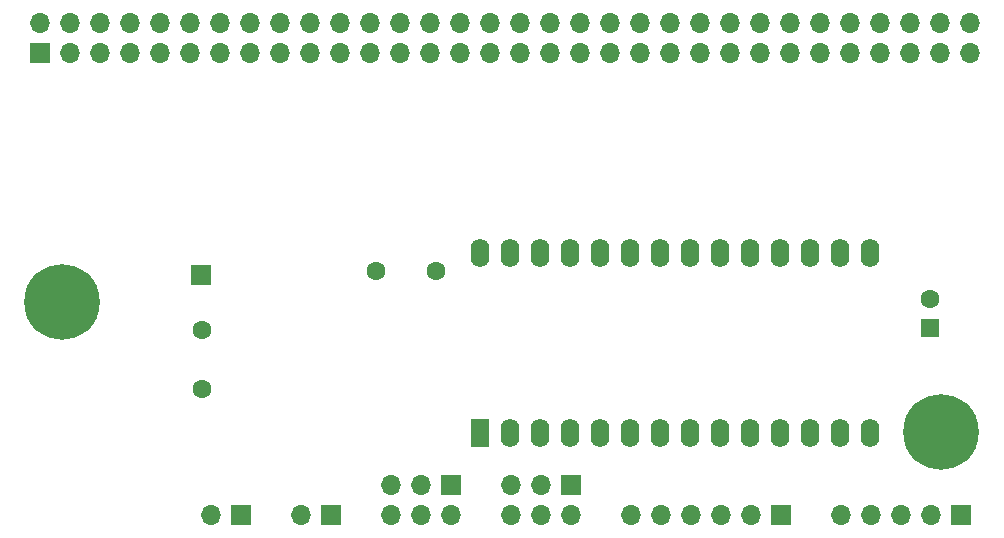
<source format=gbs>
G04 #@! TF.FileFunction,Soldermask,Bot*
%FSLAX46Y46*%
G04 Gerber Fmt 4.6, Leading zero omitted, Abs format (unit mm)*
G04 Created by KiCad (PCBNEW 4.0.4-stable) date 02/26/17 13:48:46*
%MOMM*%
%LPD*%
G01*
G04 APERTURE LIST*
%ADD10C,0.100000*%
%ADD11R,1.600000X1.600000*%
%ADD12C,1.600000*%
%ADD13R,1.600000X2.400000*%
%ADD14O,1.600000X2.400000*%
%ADD15R,1.700000X1.700000*%
%ADD16O,1.700000X1.700000*%
%ADD17C,6.400000*%
G04 APERTURE END LIST*
D10*
D11*
X254900000Y-124900000D03*
D12*
X254900000Y-122400000D03*
D13*
X216800000Y-133800000D03*
D14*
X249820000Y-118560000D03*
X219340000Y-133800000D03*
X247280000Y-118560000D03*
X221880000Y-133800000D03*
X244740000Y-118560000D03*
X224420000Y-133800000D03*
X242200000Y-118560000D03*
X226960000Y-133800000D03*
X239660000Y-118560000D03*
X229500000Y-133800000D03*
X237120000Y-118560000D03*
X232040000Y-133800000D03*
X234580000Y-118560000D03*
X234580000Y-133800000D03*
X232040000Y-118560000D03*
X237120000Y-133800000D03*
X229500000Y-118560000D03*
X239660000Y-133800000D03*
X226960000Y-118560000D03*
X242200000Y-133800000D03*
X224420000Y-118560000D03*
X244740000Y-133800000D03*
X221880000Y-118560000D03*
X247280000Y-133800000D03*
X219340000Y-118560000D03*
X249820000Y-133800000D03*
X216800000Y-118560000D03*
D12*
X208050000Y-120050000D03*
X213050000Y-120050000D03*
X193300000Y-130050000D03*
X193300000Y-125050000D03*
D15*
X193200000Y-120400000D03*
X196596000Y-140716000D03*
D16*
X194056000Y-140716000D03*
D15*
X214400000Y-138200000D03*
D16*
X214400000Y-140740000D03*
X211860000Y-138200000D03*
X211860000Y-140740000D03*
X209320000Y-138200000D03*
X209320000Y-140740000D03*
D15*
X224536000Y-138176000D03*
D16*
X224536000Y-140716000D03*
X221996000Y-138176000D03*
X221996000Y-140716000D03*
X219456000Y-138176000D03*
X219456000Y-140716000D03*
D15*
X204216000Y-140716000D03*
D16*
X201676000Y-140716000D03*
D15*
X242316000Y-140716000D03*
D16*
X239776000Y-140716000D03*
X237236000Y-140716000D03*
X234696000Y-140716000D03*
X232156000Y-140716000D03*
X229616000Y-140716000D03*
D15*
X179600000Y-101600000D03*
D16*
X179600000Y-99060000D03*
X182140000Y-101600000D03*
X182140000Y-99060000D03*
X184680000Y-101600000D03*
X184680000Y-99060000D03*
X187220000Y-101600000D03*
X187220000Y-99060000D03*
X189760000Y-101600000D03*
X189760000Y-99060000D03*
X192300000Y-101600000D03*
X192300000Y-99060000D03*
X194840000Y-101600000D03*
X194840000Y-99060000D03*
X197380000Y-101600000D03*
X197380000Y-99060000D03*
X199920000Y-101600000D03*
X199920000Y-99060000D03*
X202460000Y-101600000D03*
X202460000Y-99060000D03*
X205000000Y-101600000D03*
X205000000Y-99060000D03*
X207540000Y-101600000D03*
X207540000Y-99060000D03*
X210080000Y-101600000D03*
X210080000Y-99060000D03*
X212620000Y-101600000D03*
X212620000Y-99060000D03*
X215160000Y-101600000D03*
X215160000Y-99060000D03*
X217700000Y-101600000D03*
X217700000Y-99060000D03*
X220240000Y-101600000D03*
X220240000Y-99060000D03*
X222780000Y-101600000D03*
X222780000Y-99060000D03*
X225320000Y-101600000D03*
X225320000Y-99060000D03*
X227860000Y-101600000D03*
X227860000Y-99060000D03*
X230400000Y-101600000D03*
X230400000Y-99060000D03*
X232940000Y-101600000D03*
X232940000Y-99060000D03*
X235480000Y-101600000D03*
X235480000Y-99060000D03*
X238020000Y-101600000D03*
X238020000Y-99060000D03*
X240560000Y-101600000D03*
X240560000Y-99060000D03*
X243100000Y-101600000D03*
X243100000Y-99060000D03*
X245640000Y-101600000D03*
X245640000Y-99060000D03*
X248180000Y-101600000D03*
X248180000Y-99060000D03*
X250720000Y-101600000D03*
X250720000Y-99060000D03*
X253260000Y-101600000D03*
X253260000Y-99060000D03*
X255800000Y-101600000D03*
X255800000Y-99060000D03*
X258340000Y-101600000D03*
X258340000Y-99060000D03*
D15*
X257556000Y-140716000D03*
D16*
X255016000Y-140716000D03*
X252476000Y-140716000D03*
X249936000Y-140716000D03*
X247396000Y-140716000D03*
D17*
X181400000Y-122720000D03*
X255870000Y-133720000D03*
M02*

</source>
